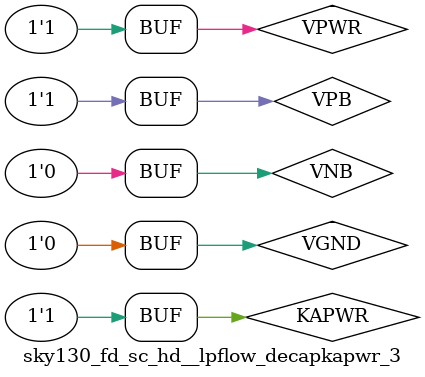
<source format=v>
/*
 * Copyright 2020 The SkyWater PDK Authors
 *
 * Licensed under the Apache License, Version 2.0 (the "License");
 * you may not use this file except in compliance with the License.
 * You may obtain a copy of the License at
 *
 *     https://www.apache.org/licenses/LICENSE-2.0
 *
 * Unless required by applicable law or agreed to in writing, software
 * distributed under the License is distributed on an "AS IS" BASIS,
 * WITHOUT WARRANTIES OR CONDITIONS OF ANY KIND, either express or implied.
 * See the License for the specific language governing permissions and
 * limitations under the License.
 *
 * SPDX-License-Identifier: Apache-2.0
*/


`ifndef SKY130_FD_SC_HD__LPFLOW_DECAPKAPWR_3_TIMING_V
`define SKY130_FD_SC_HD__LPFLOW_DECAPKAPWR_3_TIMING_V

/**
 * lpflow_decapkapwr: Decoupling capacitance filler on keep-alive
 *                    rail.
 *
 * Verilog simulation timing model.
 */

`timescale 1ns / 1ps
`default_nettype none

`celldefine
module sky130_fd_sc_hd__lpflow_decapkapwr_3 ();

    // Module supplies
    supply1 VPWR ;
    supply1 KAPWR;
    supply0 VGND ;
    supply1 VPB  ;
    supply0 VNB  ;
     // No contents.
endmodule
`endcelldefine

`default_nettype wire
`endif  // SKY130_FD_SC_HD__LPFLOW_DECAPKAPWR_3_TIMING_V

</source>
